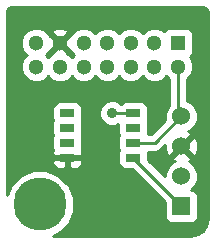
<source format=gtl>
G04 (created by PCBNEW (2013-may-18)-stable) date Wed 10 Dec 2014 10:55:01 AM CST*
%MOIN*%
G04 Gerber Fmt 3.4, Leading zero omitted, Abs format*
%FSLAX34Y34*%
G01*
G70*
G90*
G04 APERTURE LIST*
%ADD10C,0.00590551*%
%ADD11R,0.06X0.06*%
%ADD12C,0.06*%
%ADD13C,0.177165*%
%ADD14R,0.05X0.025*%
%ADD15R,0.0511811X0.0511811*%
%ADD16C,0.0511811*%
%ADD17C,0.035*%
%ADD18C,0.01*%
G04 APERTURE END LIST*
G54D10*
G54D11*
X82456Y-60031D03*
G54D12*
X82456Y-59031D03*
X82456Y-58031D03*
X82456Y-57031D03*
G54D13*
X77728Y-59968D03*
G54D14*
X78655Y-56907D03*
X78655Y-57407D03*
X78655Y-57907D03*
X78655Y-58407D03*
X80855Y-58407D03*
X80855Y-57907D03*
X80855Y-57407D03*
X80855Y-56907D03*
G54D15*
X82342Y-54586D03*
G54D16*
X82342Y-55374D03*
X81555Y-54586D03*
X81555Y-55374D03*
X80767Y-54586D03*
X80767Y-55374D03*
X79980Y-54586D03*
X79980Y-55374D03*
X79192Y-54586D03*
X79192Y-55374D03*
X78405Y-54586D03*
X78405Y-55374D03*
X77618Y-54586D03*
X77618Y-55374D03*
G54D17*
X80141Y-56921D03*
G54D18*
X82456Y-57031D02*
X82437Y-57031D01*
X81561Y-57907D02*
X80855Y-57907D01*
X82437Y-57031D02*
X81561Y-57907D01*
X82342Y-55374D02*
X82342Y-56917D01*
X82342Y-56917D02*
X82456Y-57031D01*
X82456Y-60031D02*
X82456Y-60008D01*
X82456Y-60008D02*
X80855Y-58407D01*
X80855Y-56907D02*
X80155Y-56907D01*
X80155Y-56907D02*
X80141Y-56921D01*
G54D10*
G36*
X83332Y-60466D02*
X83288Y-60687D01*
X83176Y-60855D01*
X83011Y-60965D01*
X83011Y-60965D01*
X83011Y-58113D01*
X83000Y-57894D01*
X82937Y-57743D01*
X82842Y-57716D01*
X82527Y-58031D01*
X82842Y-58346D01*
X82937Y-58319D01*
X83011Y-58113D01*
X83011Y-60965D01*
X83006Y-60966D01*
X83006Y-58922D01*
X82923Y-58720D01*
X82768Y-58565D01*
X82693Y-58534D01*
X82744Y-58512D01*
X82771Y-58417D01*
X82456Y-58102D01*
X82141Y-58417D01*
X82168Y-58512D01*
X82224Y-58532D01*
X82145Y-58564D01*
X81990Y-58719D01*
X81906Y-58921D01*
X81906Y-59034D01*
X81355Y-58483D01*
X81355Y-58482D01*
X81355Y-58232D01*
X81345Y-58207D01*
X81561Y-58207D01*
X81561Y-58207D01*
X81675Y-58184D01*
X81675Y-58184D01*
X81773Y-58119D01*
X81903Y-57988D01*
X81912Y-58168D01*
X81975Y-58319D01*
X82070Y-58346D01*
X82385Y-58031D01*
X82380Y-58025D01*
X82451Y-57955D01*
X82456Y-57960D01*
X82771Y-57645D01*
X82744Y-57550D01*
X82689Y-57530D01*
X82767Y-57498D01*
X82922Y-57343D01*
X83006Y-57141D01*
X83006Y-56922D01*
X82923Y-56720D01*
X82768Y-56565D01*
X82642Y-56513D01*
X82642Y-55789D01*
X82771Y-55660D01*
X82848Y-55475D01*
X82848Y-55273D01*
X82771Y-55087D01*
X82738Y-55054D01*
X82739Y-55054D01*
X82810Y-54984D01*
X82848Y-54892D01*
X82848Y-54793D01*
X82848Y-54281D01*
X82810Y-54189D01*
X82740Y-54118D01*
X82648Y-54080D01*
X82548Y-54080D01*
X82037Y-54080D01*
X81945Y-54118D01*
X81874Y-54188D01*
X81874Y-54190D01*
X81842Y-54157D01*
X81656Y-54080D01*
X81454Y-54080D01*
X81268Y-54157D01*
X81161Y-54264D01*
X81054Y-54157D01*
X80868Y-54080D01*
X80667Y-54080D01*
X80481Y-54157D01*
X80373Y-54264D01*
X80267Y-54157D01*
X80081Y-54080D01*
X79880Y-54080D01*
X79694Y-54157D01*
X79586Y-54264D01*
X79479Y-54157D01*
X79293Y-54080D01*
X79092Y-54080D01*
X78906Y-54157D01*
X78764Y-54299D01*
X78762Y-54304D01*
X78759Y-54303D01*
X78688Y-54374D01*
X78688Y-54232D01*
X78666Y-54141D01*
X78476Y-54075D01*
X78275Y-54087D01*
X78144Y-54141D01*
X78122Y-54232D01*
X78405Y-54515D01*
X78688Y-54232D01*
X78688Y-54374D01*
X78476Y-54586D01*
X78759Y-54869D01*
X78762Y-54869D01*
X78763Y-54872D01*
X78871Y-54980D01*
X78799Y-55052D01*
X78692Y-54945D01*
X78688Y-54943D01*
X78688Y-54940D01*
X78405Y-54657D01*
X78122Y-54940D01*
X78122Y-54943D01*
X78119Y-54944D01*
X78011Y-55052D01*
X77939Y-54980D01*
X78046Y-54873D01*
X78048Y-54869D01*
X78051Y-54869D01*
X78334Y-54586D01*
X78051Y-54303D01*
X78048Y-54304D01*
X78047Y-54300D01*
X77905Y-54157D01*
X77719Y-54080D01*
X77517Y-54080D01*
X77331Y-54157D01*
X77189Y-54299D01*
X77112Y-54485D01*
X77112Y-54686D01*
X77188Y-54872D01*
X77296Y-54980D01*
X77189Y-55087D01*
X77112Y-55272D01*
X77112Y-55474D01*
X77188Y-55660D01*
X77331Y-55802D01*
X77517Y-55879D01*
X77718Y-55880D01*
X77904Y-55803D01*
X78011Y-55695D01*
X78118Y-55802D01*
X78304Y-55879D01*
X78505Y-55880D01*
X78691Y-55803D01*
X78799Y-55695D01*
X78905Y-55802D01*
X79091Y-55879D01*
X79293Y-55880D01*
X79479Y-55803D01*
X79586Y-55695D01*
X79693Y-55802D01*
X79879Y-55879D01*
X80080Y-55880D01*
X80266Y-55803D01*
X80374Y-55695D01*
X80480Y-55802D01*
X80666Y-55879D01*
X80867Y-55880D01*
X81053Y-55803D01*
X81161Y-55695D01*
X81268Y-55802D01*
X81454Y-55879D01*
X81655Y-55880D01*
X81841Y-55803D01*
X81948Y-55695D01*
X82042Y-55789D01*
X82042Y-56667D01*
X81990Y-56719D01*
X81906Y-56921D01*
X81906Y-57137D01*
X81436Y-57607D01*
X81345Y-57607D01*
X81355Y-57582D01*
X81355Y-57482D01*
X81355Y-57232D01*
X81324Y-57157D01*
X81355Y-57082D01*
X81355Y-56982D01*
X81355Y-56732D01*
X81317Y-56641D01*
X81247Y-56570D01*
X81155Y-56532D01*
X81056Y-56532D01*
X80556Y-56532D01*
X80464Y-56570D01*
X80428Y-56606D01*
X80382Y-56561D01*
X80226Y-56496D01*
X80057Y-56496D01*
X79901Y-56560D01*
X79781Y-56680D01*
X79716Y-56836D01*
X79716Y-57005D01*
X79781Y-57161D01*
X79900Y-57281D01*
X80056Y-57346D01*
X80225Y-57346D01*
X80355Y-57292D01*
X80355Y-57331D01*
X80355Y-57581D01*
X80387Y-57657D01*
X80355Y-57732D01*
X80355Y-57831D01*
X80355Y-58081D01*
X80387Y-58157D01*
X80355Y-58232D01*
X80355Y-58331D01*
X80355Y-58581D01*
X80393Y-58673D01*
X80464Y-58744D01*
X80555Y-58782D01*
X80655Y-58782D01*
X80806Y-58782D01*
X81906Y-59882D01*
X81906Y-60381D01*
X81944Y-60472D01*
X82014Y-60543D01*
X82106Y-60581D01*
X82206Y-60581D01*
X82806Y-60581D01*
X82898Y-60543D01*
X82968Y-60473D01*
X83006Y-60381D01*
X83006Y-60281D01*
X83006Y-59681D01*
X82968Y-59590D01*
X82898Y-59519D01*
X82806Y-59481D01*
X82784Y-59481D01*
X82922Y-59343D01*
X83006Y-59141D01*
X83006Y-58922D01*
X83006Y-60966D01*
X82788Y-61009D01*
X79155Y-61009D01*
X79155Y-58581D01*
X79155Y-58232D01*
X79124Y-58157D01*
X79155Y-58082D01*
X79155Y-57982D01*
X79155Y-57732D01*
X79124Y-57657D01*
X79155Y-57582D01*
X79155Y-57482D01*
X79155Y-57232D01*
X79124Y-57157D01*
X79155Y-57082D01*
X79155Y-56982D01*
X79155Y-56732D01*
X79117Y-56641D01*
X79047Y-56570D01*
X78955Y-56532D01*
X78856Y-56532D01*
X78356Y-56532D01*
X78264Y-56570D01*
X78194Y-56640D01*
X78155Y-56732D01*
X78155Y-56831D01*
X78155Y-57081D01*
X78187Y-57157D01*
X78155Y-57232D01*
X78155Y-57331D01*
X78155Y-57581D01*
X78187Y-57657D01*
X78155Y-57732D01*
X78155Y-57831D01*
X78155Y-58081D01*
X78187Y-58157D01*
X78155Y-58232D01*
X78155Y-58294D01*
X78218Y-58357D01*
X78605Y-58357D01*
X78605Y-58349D01*
X78705Y-58349D01*
X78705Y-58357D01*
X79093Y-58357D01*
X79155Y-58294D01*
X79155Y-58232D01*
X79155Y-58581D01*
X79155Y-58519D01*
X79093Y-58457D01*
X78705Y-58457D01*
X78705Y-58719D01*
X78768Y-58782D01*
X78856Y-58782D01*
X78955Y-58782D01*
X79047Y-58744D01*
X79117Y-58673D01*
X79155Y-58581D01*
X79155Y-61009D01*
X78182Y-61009D01*
X78370Y-60931D01*
X78690Y-60612D01*
X78863Y-60195D01*
X78864Y-59743D01*
X78691Y-59325D01*
X78605Y-59239D01*
X78605Y-58719D01*
X78605Y-58457D01*
X78218Y-58457D01*
X78155Y-58519D01*
X78155Y-58581D01*
X78193Y-58673D01*
X78264Y-58744D01*
X78355Y-58782D01*
X78455Y-58782D01*
X78543Y-58782D01*
X78605Y-58719D01*
X78605Y-59239D01*
X78372Y-59006D01*
X77955Y-58832D01*
X77503Y-58832D01*
X77085Y-59005D01*
X76766Y-59324D01*
X76627Y-59656D01*
X76627Y-53550D01*
X76642Y-53478D01*
X76667Y-53439D01*
X76706Y-53413D01*
X76779Y-53399D01*
X77145Y-53399D01*
X82814Y-53399D01*
X83182Y-53399D01*
X83254Y-53413D01*
X83292Y-53439D01*
X83318Y-53478D01*
X83332Y-53550D01*
X83332Y-60466D01*
X83332Y-60466D01*
G37*
G54D18*
X83332Y-60466D02*
X83288Y-60687D01*
X83176Y-60855D01*
X83011Y-60965D01*
X83011Y-60965D01*
X83011Y-58113D01*
X83000Y-57894D01*
X82937Y-57743D01*
X82842Y-57716D01*
X82527Y-58031D01*
X82842Y-58346D01*
X82937Y-58319D01*
X83011Y-58113D01*
X83011Y-60965D01*
X83006Y-60966D01*
X83006Y-58922D01*
X82923Y-58720D01*
X82768Y-58565D01*
X82693Y-58534D01*
X82744Y-58512D01*
X82771Y-58417D01*
X82456Y-58102D01*
X82141Y-58417D01*
X82168Y-58512D01*
X82224Y-58532D01*
X82145Y-58564D01*
X81990Y-58719D01*
X81906Y-58921D01*
X81906Y-59034D01*
X81355Y-58483D01*
X81355Y-58482D01*
X81355Y-58232D01*
X81345Y-58207D01*
X81561Y-58207D01*
X81561Y-58207D01*
X81675Y-58184D01*
X81675Y-58184D01*
X81773Y-58119D01*
X81903Y-57988D01*
X81912Y-58168D01*
X81975Y-58319D01*
X82070Y-58346D01*
X82385Y-58031D01*
X82380Y-58025D01*
X82451Y-57955D01*
X82456Y-57960D01*
X82771Y-57645D01*
X82744Y-57550D01*
X82689Y-57530D01*
X82767Y-57498D01*
X82922Y-57343D01*
X83006Y-57141D01*
X83006Y-56922D01*
X82923Y-56720D01*
X82768Y-56565D01*
X82642Y-56513D01*
X82642Y-55789D01*
X82771Y-55660D01*
X82848Y-55475D01*
X82848Y-55273D01*
X82771Y-55087D01*
X82738Y-55054D01*
X82739Y-55054D01*
X82810Y-54984D01*
X82848Y-54892D01*
X82848Y-54793D01*
X82848Y-54281D01*
X82810Y-54189D01*
X82740Y-54118D01*
X82648Y-54080D01*
X82548Y-54080D01*
X82037Y-54080D01*
X81945Y-54118D01*
X81874Y-54188D01*
X81874Y-54190D01*
X81842Y-54157D01*
X81656Y-54080D01*
X81454Y-54080D01*
X81268Y-54157D01*
X81161Y-54264D01*
X81054Y-54157D01*
X80868Y-54080D01*
X80667Y-54080D01*
X80481Y-54157D01*
X80373Y-54264D01*
X80267Y-54157D01*
X80081Y-54080D01*
X79880Y-54080D01*
X79694Y-54157D01*
X79586Y-54264D01*
X79479Y-54157D01*
X79293Y-54080D01*
X79092Y-54080D01*
X78906Y-54157D01*
X78764Y-54299D01*
X78762Y-54304D01*
X78759Y-54303D01*
X78688Y-54374D01*
X78688Y-54232D01*
X78666Y-54141D01*
X78476Y-54075D01*
X78275Y-54087D01*
X78144Y-54141D01*
X78122Y-54232D01*
X78405Y-54515D01*
X78688Y-54232D01*
X78688Y-54374D01*
X78476Y-54586D01*
X78759Y-54869D01*
X78762Y-54869D01*
X78763Y-54872D01*
X78871Y-54980D01*
X78799Y-55052D01*
X78692Y-54945D01*
X78688Y-54943D01*
X78688Y-54940D01*
X78405Y-54657D01*
X78122Y-54940D01*
X78122Y-54943D01*
X78119Y-54944D01*
X78011Y-55052D01*
X77939Y-54980D01*
X78046Y-54873D01*
X78048Y-54869D01*
X78051Y-54869D01*
X78334Y-54586D01*
X78051Y-54303D01*
X78048Y-54304D01*
X78047Y-54300D01*
X77905Y-54157D01*
X77719Y-54080D01*
X77517Y-54080D01*
X77331Y-54157D01*
X77189Y-54299D01*
X77112Y-54485D01*
X77112Y-54686D01*
X77188Y-54872D01*
X77296Y-54980D01*
X77189Y-55087D01*
X77112Y-55272D01*
X77112Y-55474D01*
X77188Y-55660D01*
X77331Y-55802D01*
X77517Y-55879D01*
X77718Y-55880D01*
X77904Y-55803D01*
X78011Y-55695D01*
X78118Y-55802D01*
X78304Y-55879D01*
X78505Y-55880D01*
X78691Y-55803D01*
X78799Y-55695D01*
X78905Y-55802D01*
X79091Y-55879D01*
X79293Y-55880D01*
X79479Y-55803D01*
X79586Y-55695D01*
X79693Y-55802D01*
X79879Y-55879D01*
X80080Y-55880D01*
X80266Y-55803D01*
X80374Y-55695D01*
X80480Y-55802D01*
X80666Y-55879D01*
X80867Y-55880D01*
X81053Y-55803D01*
X81161Y-55695D01*
X81268Y-55802D01*
X81454Y-55879D01*
X81655Y-55880D01*
X81841Y-55803D01*
X81948Y-55695D01*
X82042Y-55789D01*
X82042Y-56667D01*
X81990Y-56719D01*
X81906Y-56921D01*
X81906Y-57137D01*
X81436Y-57607D01*
X81345Y-57607D01*
X81355Y-57582D01*
X81355Y-57482D01*
X81355Y-57232D01*
X81324Y-57157D01*
X81355Y-57082D01*
X81355Y-56982D01*
X81355Y-56732D01*
X81317Y-56641D01*
X81247Y-56570D01*
X81155Y-56532D01*
X81056Y-56532D01*
X80556Y-56532D01*
X80464Y-56570D01*
X80428Y-56606D01*
X80382Y-56561D01*
X80226Y-56496D01*
X80057Y-56496D01*
X79901Y-56560D01*
X79781Y-56680D01*
X79716Y-56836D01*
X79716Y-57005D01*
X79781Y-57161D01*
X79900Y-57281D01*
X80056Y-57346D01*
X80225Y-57346D01*
X80355Y-57292D01*
X80355Y-57331D01*
X80355Y-57581D01*
X80387Y-57657D01*
X80355Y-57732D01*
X80355Y-57831D01*
X80355Y-58081D01*
X80387Y-58157D01*
X80355Y-58232D01*
X80355Y-58331D01*
X80355Y-58581D01*
X80393Y-58673D01*
X80464Y-58744D01*
X80555Y-58782D01*
X80655Y-58782D01*
X80806Y-58782D01*
X81906Y-59882D01*
X81906Y-60381D01*
X81944Y-60472D01*
X82014Y-60543D01*
X82106Y-60581D01*
X82206Y-60581D01*
X82806Y-60581D01*
X82898Y-60543D01*
X82968Y-60473D01*
X83006Y-60381D01*
X83006Y-60281D01*
X83006Y-59681D01*
X82968Y-59590D01*
X82898Y-59519D01*
X82806Y-59481D01*
X82784Y-59481D01*
X82922Y-59343D01*
X83006Y-59141D01*
X83006Y-58922D01*
X83006Y-60966D01*
X82788Y-61009D01*
X79155Y-61009D01*
X79155Y-58581D01*
X79155Y-58232D01*
X79124Y-58157D01*
X79155Y-58082D01*
X79155Y-57982D01*
X79155Y-57732D01*
X79124Y-57657D01*
X79155Y-57582D01*
X79155Y-57482D01*
X79155Y-57232D01*
X79124Y-57157D01*
X79155Y-57082D01*
X79155Y-56982D01*
X79155Y-56732D01*
X79117Y-56641D01*
X79047Y-56570D01*
X78955Y-56532D01*
X78856Y-56532D01*
X78356Y-56532D01*
X78264Y-56570D01*
X78194Y-56640D01*
X78155Y-56732D01*
X78155Y-56831D01*
X78155Y-57081D01*
X78187Y-57157D01*
X78155Y-57232D01*
X78155Y-57331D01*
X78155Y-57581D01*
X78187Y-57657D01*
X78155Y-57732D01*
X78155Y-57831D01*
X78155Y-58081D01*
X78187Y-58157D01*
X78155Y-58232D01*
X78155Y-58294D01*
X78218Y-58357D01*
X78605Y-58357D01*
X78605Y-58349D01*
X78705Y-58349D01*
X78705Y-58357D01*
X79093Y-58357D01*
X79155Y-58294D01*
X79155Y-58232D01*
X79155Y-58581D01*
X79155Y-58519D01*
X79093Y-58457D01*
X78705Y-58457D01*
X78705Y-58719D01*
X78768Y-58782D01*
X78856Y-58782D01*
X78955Y-58782D01*
X79047Y-58744D01*
X79117Y-58673D01*
X79155Y-58581D01*
X79155Y-61009D01*
X78182Y-61009D01*
X78370Y-60931D01*
X78690Y-60612D01*
X78863Y-60195D01*
X78864Y-59743D01*
X78691Y-59325D01*
X78605Y-59239D01*
X78605Y-58719D01*
X78605Y-58457D01*
X78218Y-58457D01*
X78155Y-58519D01*
X78155Y-58581D01*
X78193Y-58673D01*
X78264Y-58744D01*
X78355Y-58782D01*
X78455Y-58782D01*
X78543Y-58782D01*
X78605Y-58719D01*
X78605Y-59239D01*
X78372Y-59006D01*
X77955Y-58832D01*
X77503Y-58832D01*
X77085Y-59005D01*
X76766Y-59324D01*
X76627Y-59656D01*
X76627Y-53550D01*
X76642Y-53478D01*
X76667Y-53439D01*
X76706Y-53413D01*
X76779Y-53399D01*
X77145Y-53399D01*
X82814Y-53399D01*
X83182Y-53399D01*
X83254Y-53413D01*
X83292Y-53439D01*
X83318Y-53478D01*
X83332Y-53550D01*
X83332Y-60466D01*
M02*

</source>
